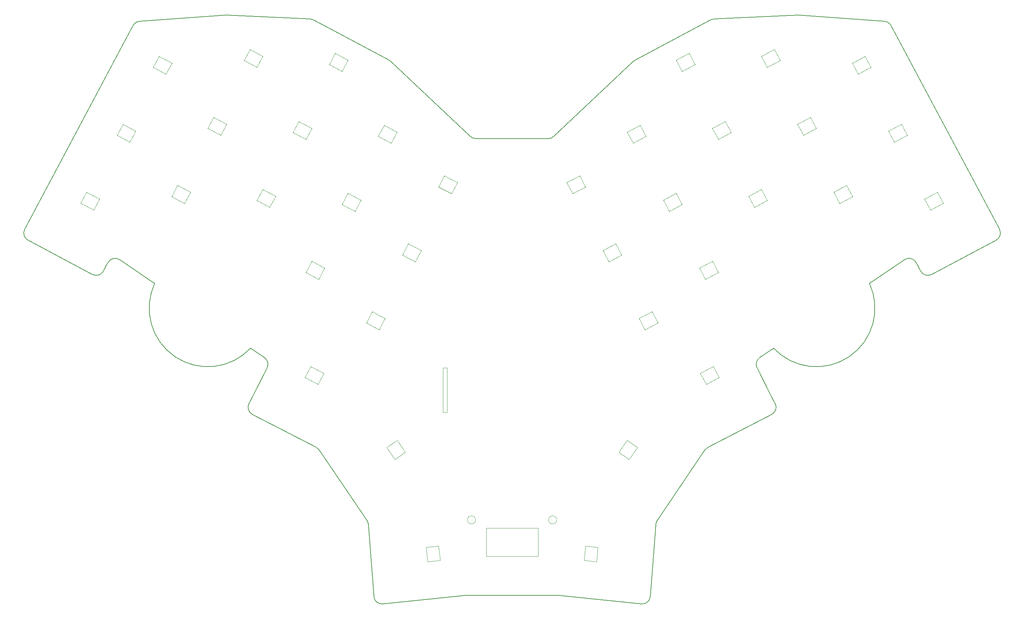
<source format=gm1>
G04 #@! TF.GenerationSoftware,KiCad,Pcbnew,8.0.1*
G04 #@! TF.CreationDate,2025-01-05T22:43:36+02:00*
G04 #@! TF.ProjectId,DeeDee_v1,44656544-6565-45f7-9631-2e6b69636164,v1.0.0*
G04 #@! TF.SameCoordinates,Original*
G04 #@! TF.FileFunction,Profile,NP*
%FSLAX46Y46*%
G04 Gerber Fmt 4.6, Leading zero omitted, Abs format (unit mm)*
G04 Created by KiCad (PCBNEW 8.0.1) date 2025-01-05 22:43:36*
%MOMM*%
%LPD*%
G01*
G04 APERTURE LIST*
G04 #@! TA.AperFunction,Profile*
%ADD10C,0.150000*%
G04 #@! TD*
G04 #@! TA.AperFunction,Profile*
%ADD11C,0.100000*%
G04 #@! TD*
G04 #@! TA.AperFunction,Profile*
%ADD12C,0.050000*%
G04 #@! TD*
G04 #@! TA.AperFunction,Profile*
%ADD13C,0.120000*%
G04 #@! TD*
G04 APERTURE END LIST*
D10*
X142064800Y-143370247D02*
X145405811Y-136743146D01*
X144741151Y-134186652D02*
G75*
G02*
X145405795Y-136743138I-1121252J-1656148D01*
G01*
X196863583Y-80144802D02*
X214749347Y-80144809D01*
X236146874Y-60808915D02*
X254937023Y-50818021D01*
X253294382Y-157026956D02*
X241573811Y-174403419D01*
X276456109Y-49642479D02*
X297645750Y-51226680D01*
X276214396Y-49639063D02*
G75*
G02*
X276456109Y-49642473I92704J-1996937D01*
G01*
X255783363Y-50586059D02*
X276214396Y-49639062D01*
X112350396Y-52282172D02*
G75*
G02*
X113967184Y-51226694I1765805J-938828D01*
G01*
X193659596Y-192901925D02*
X173931377Y-194975447D01*
X253294382Y-157026956D02*
G75*
G02*
X254033925Y-156368735I1658418J-1118744D01*
G01*
X102358569Y-113675152D02*
X86465514Y-105224666D01*
X239884841Y-193138235D02*
G75*
G02*
X237681552Y-194975458I-1994241J151835D01*
G01*
X241237661Y-175369974D02*
G75*
G02*
X241573838Y-174403441I1993740J-151727D01*
G01*
X105063410Y-112848200D02*
G75*
G02*
X102358571Y-113675148I-1765910J939000D01*
G01*
X117690407Y-115873149D02*
X109065497Y-110034041D01*
X306549530Y-112848197D02*
X305434552Y-110751251D01*
X156675911Y-50818027D02*
X175466060Y-60808919D01*
X170039119Y-174403420D02*
X158318541Y-157026963D01*
X254937023Y-50818022D02*
G75*
G02*
X255783363Y-50586050I939077J-1766279D01*
G01*
X235713497Y-61119914D02*
G75*
G02*
X236146875Y-60808918I1372103J-1454587D01*
G01*
X140939168Y-145488257D02*
X142044814Y-143408850D01*
X217744280Y-192890965D02*
G75*
G02*
X217953340Y-192901918I121J-1998336D01*
G01*
X241237661Y-175369974D02*
X239884842Y-193138235D01*
X157579002Y-156368747D02*
G75*
G02*
X158318549Y-157026957I-918302J-1776353D01*
G01*
X293922527Y-115873152D02*
G75*
G02*
X270288665Y-131873395I-13090427J-6119048D01*
G01*
X85638560Y-102519822D02*
X112350396Y-52282172D01*
X270673765Y-145488265D02*
G75*
G02*
X269826423Y-148203863I-1766065J-938935D01*
G01*
X297645750Y-51226681D02*
G75*
G02*
X299262546Y-52282164I-149150J-1994519D01*
G01*
X113967183Y-51226682D02*
X135156827Y-49642480D01*
X269826393Y-148203805D02*
X254033930Y-156368745D01*
X193659596Y-192901925D02*
G75*
G02*
X193868653Y-192890967I209003J-1987675D01*
G01*
X266207121Y-136743144D02*
G75*
G02*
X266871796Y-134186675I1785779J900344D01*
G01*
X173931377Y-194975447D02*
G75*
G02*
X171728067Y-193138233I-209077J1989047D01*
G01*
X135398537Y-49639062D02*
X155829568Y-50586061D01*
X302547435Y-110034039D02*
G75*
G02*
X305434511Y-110751273I1121165J-1656261D01*
G01*
X171728094Y-193138231D02*
X170375275Y-175369975D01*
X170039116Y-174403422D02*
G75*
G02*
X170375288Y-175369974I-1658516J-1118578D01*
G01*
X237681554Y-194975443D02*
X217953340Y-192901922D01*
X269568117Y-143408852D02*
X270673765Y-145488265D01*
X157579002Y-156368747D02*
X141786537Y-148203805D01*
X270288658Y-131873402D02*
X266871778Y-134186648D01*
X269568117Y-143408852D02*
G75*
G02*
X269548128Y-143370252I1772983J942652D01*
G01*
X155829568Y-50586062D02*
G75*
G02*
X156675910Y-50818029I-92668J-1998039D01*
G01*
X175899434Y-61119915D02*
X195491262Y-79599705D01*
X142064799Y-143370247D02*
G75*
G02*
X142044814Y-143408850I-1813999J914646D01*
G01*
X325147419Y-105224667D02*
X309254363Y-113675152D01*
X216121670Y-79599707D02*
G75*
G02*
X214749347Y-80144823I-1372268J1454707D01*
G01*
X106178379Y-110751247D02*
G75*
G02*
X109065500Y-110034037I1765921J-939053D01*
G01*
X299262537Y-52282169D02*
X325974372Y-102519827D01*
X106178379Y-110751247D02*
X105063411Y-112848200D01*
X141324270Y-131873402D02*
G75*
G02*
X117690406Y-115873148I-10543400J9881252D01*
G01*
X216121670Y-79599708D02*
X235713497Y-61119914D01*
X309254363Y-113675152D02*
G75*
G02*
X306549481Y-112848223I-938962J1765952D01*
G01*
X175466060Y-60808919D02*
G75*
G02*
X175899436Y-61119912I-938860J-1765781D01*
G01*
X266207121Y-136743144D02*
X269548128Y-143370252D01*
X135156827Y-49642481D02*
G75*
G02*
X135398537Y-49639063I149075J-1994020D01*
G01*
X302547435Y-110034038D02*
X293922528Y-115873152D01*
X141786537Y-148203804D02*
G75*
G02*
X140939178Y-145488263I918565J1776605D01*
G01*
X325974372Y-102519827D02*
G75*
G02*
X325147433Y-105224693I-1765872J-938973D01*
G01*
X196863583Y-80144802D02*
G75*
G02*
X195491242Y-79599726I-84J1999902D01*
G01*
X86465514Y-105224666D02*
G75*
G02*
X85638580Y-102519832I938886J1765865D01*
G01*
X217744280Y-192890965D02*
X193868653Y-192890967D01*
X144741151Y-134186651D02*
X141324271Y-131873403D01*
D11*
X196806465Y-174236689D02*
G75*
G02*
X194806467Y-174236689I-999999J0D01*
G01*
X194806467Y-174236689D02*
G75*
G02*
X196806465Y-174236689I999999J0D01*
G01*
X216806467Y-174236688D02*
G75*
G02*
X214806467Y-174236688I-1000000J0D01*
G01*
X214806467Y-174236688D02*
G75*
G02*
X216806467Y-174236688I1000000J0D01*
G01*
D12*
X189806468Y-136736688D02*
X189806468Y-147736688D01*
X188806467Y-147736689D01*
X188806467Y-136736687D01*
X189806468Y-136736688D01*
D11*
X212220251Y-183236687D02*
X199420251Y-183236688D01*
X199420251Y-176236688D01*
X212220250Y-176236688D01*
X212220251Y-183236687D01*
D13*
X268736258Y-95409174D02*
X265557646Y-97099272D01*
X264102284Y-94362134D01*
X267280896Y-92672036D01*
X268736258Y-95409174D01*
X289737511Y-94435740D02*
X286558899Y-96125838D01*
X285103537Y-93388700D01*
X288282149Y-91698602D01*
X289737511Y-94435740D01*
X256857450Y-139100059D02*
X253678838Y-140790157D01*
X252223476Y-138053019D01*
X255402088Y-136362921D01*
X256857450Y-139100059D01*
X168511891Y-95335561D02*
X167056529Y-98072699D01*
X163877917Y-96382601D01*
X165333279Y-93645463D01*
X168511891Y-95335561D01*
X223916938Y-92058349D02*
X220738326Y-93748447D01*
X219282964Y-91011309D01*
X222461576Y-89321211D01*
X223916938Y-92058349D01*
X183410011Y-107787312D02*
X181954649Y-110524450D01*
X178776037Y-108834352D01*
X180231399Y-106097214D01*
X183410011Y-107787312D01*
X174490048Y-124563314D02*
X173034686Y-127300452D01*
X169856074Y-125610354D01*
X171311436Y-122873216D01*
X174490048Y-124563314D01*
X165350562Y-60810120D02*
X163895200Y-63547258D01*
X160716588Y-61857160D01*
X162171950Y-59120022D01*
X165350562Y-60810120D01*
X104099733Y-95064111D02*
X102644371Y-97801249D01*
X99465759Y-96111151D01*
X100921121Y-93374013D01*
X104099733Y-95064111D01*
X121939652Y-61512102D02*
X120484290Y-64249240D01*
X117305678Y-62559142D01*
X118761040Y-59822004D01*
X121939652Y-61512102D01*
X247735017Y-96382606D02*
X244556405Y-98072704D01*
X243101043Y-95335566D01*
X246279655Y-93645468D01*
X247735017Y-96382606D01*
X156430603Y-77586128D02*
X154975241Y-80323266D01*
X151796629Y-78633168D01*
X153251991Y-75896030D01*
X156430603Y-77586128D01*
X232836895Y-108834352D02*
X229658283Y-110524450D01*
X228202921Y-107787312D01*
X231381533Y-106097214D01*
X232836895Y-108834352D01*
X238815052Y-79606598D02*
X235636440Y-81296696D01*
X234181078Y-78559558D01*
X237359690Y-76869460D01*
X238815052Y-79606598D01*
X226994056Y-180981637D02*
X226617754Y-184561917D01*
X223534736Y-184237877D01*
X223911038Y-180657597D01*
X226994056Y-180981637D01*
X159389454Y-138053018D02*
X157934092Y-140790156D01*
X154755480Y-139100058D01*
X156210842Y-136362920D01*
X159389454Y-138053018D01*
X192329966Y-91011308D02*
X190874604Y-93748446D01*
X187695992Y-92058348D01*
X189151354Y-89321210D01*
X192329966Y-91011308D01*
X259816303Y-78633169D02*
X256637691Y-80323267D01*
X255182329Y-77586129D01*
X258360941Y-75896031D01*
X259816303Y-78633169D01*
X236704626Y-156317957D02*
X234691531Y-159302492D01*
X232121516Y-157568993D01*
X234134611Y-154584458D01*
X236704626Y-156317957D01*
X179491411Y-157568991D02*
X176921397Y-159302491D01*
X174908305Y-156317957D01*
X177478319Y-154584457D01*
X179491411Y-157568991D01*
X113019692Y-78288108D02*
X111564330Y-81025246D01*
X108385718Y-79335148D01*
X109841080Y-76598010D01*
X113019692Y-78288108D01*
X256654975Y-113158604D02*
X253476363Y-114848702D01*
X252021001Y-112111564D01*
X255199613Y-110421466D01*
X256654975Y-113158604D01*
X280817547Y-77659733D02*
X277638935Y-79349831D01*
X276183573Y-76612693D01*
X279362185Y-74922595D01*
X280817547Y-77659733D01*
X312147175Y-96111150D02*
X308968563Y-97801248D01*
X307513201Y-95064110D01*
X310691813Y-93374012D01*
X312147175Y-96111150D01*
X126509395Y-93388700D02*
X125054033Y-96125838D01*
X121875421Y-94435740D01*
X123330783Y-91698602D01*
X126509395Y-93388700D01*
X303227215Y-79335141D02*
X300048603Y-81025239D01*
X298593241Y-78288101D01*
X301771853Y-76598003D01*
X303227215Y-79335141D01*
X271897593Y-60883733D02*
X268718981Y-62573831D01*
X267263619Y-59836693D01*
X270442231Y-58146595D01*
X271897593Y-60883733D01*
X159591930Y-112111574D02*
X158136568Y-114848712D01*
X154957956Y-113158614D01*
X156413318Y-110421476D01*
X159591930Y-112111574D01*
X135429353Y-76612694D02*
X133973991Y-79349832D01*
X130795379Y-77659734D01*
X132250741Y-74922596D01*
X135429353Y-76612694D01*
X250896345Y-61857162D02*
X247717733Y-63547260D01*
X246262371Y-60810122D01*
X249440983Y-59120024D01*
X250896345Y-61857162D01*
X144349313Y-59836691D02*
X142893951Y-62573829D01*
X139715339Y-60883731D01*
X141170701Y-58146593D01*
X144349313Y-59836691D01*
X177431846Y-78559558D02*
X175976484Y-81296696D01*
X172797872Y-79606598D01*
X174253234Y-76869460D01*
X177431846Y-78559558D01*
X147510644Y-94362129D02*
X146055282Y-97099267D01*
X142876670Y-95409169D01*
X144332032Y-92672031D01*
X147510644Y-94362129D01*
X241756854Y-125610354D02*
X238578242Y-127300452D01*
X237122880Y-124563314D01*
X240301492Y-122873216D01*
X241756854Y-125610354D01*
X188078192Y-184237875D02*
X184995173Y-184561914D01*
X184618872Y-180981635D01*
X187701891Y-180657596D01*
X188078192Y-184237875D01*
X294307253Y-62559140D02*
X291128641Y-64249238D01*
X289673279Y-61512100D01*
X292851891Y-59822002D01*
X294307253Y-62559140D01*
M02*

</source>
